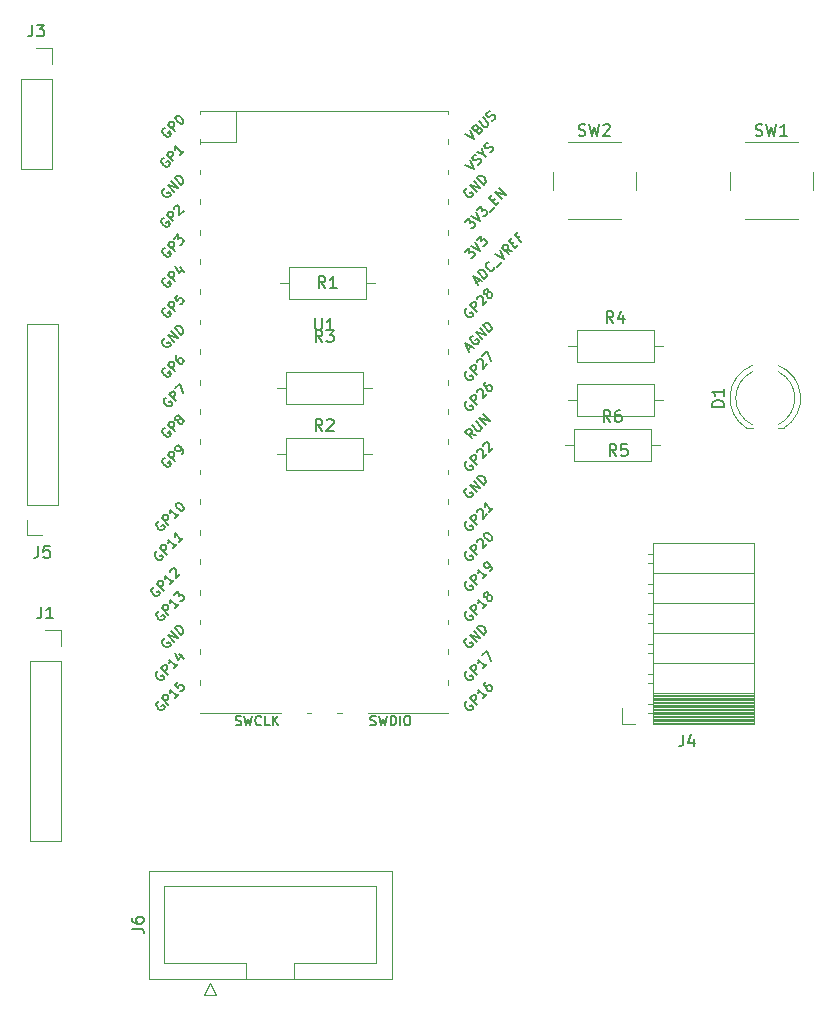
<source format=gbr>
%TF.GenerationSoftware,KiCad,Pcbnew,(6.0.1)*%
%TF.CreationDate,2022-11-25T13:10:30-03:00*%
%TF.ProjectId,Circuito esquem_tico,43697263-7569-4746-9f20-65737175656d,rev?*%
%TF.SameCoordinates,Original*%
%TF.FileFunction,Legend,Top*%
%TF.FilePolarity,Positive*%
%FSLAX46Y46*%
G04 Gerber Fmt 4.6, Leading zero omitted, Abs format (unit mm)*
G04 Created by KiCad (PCBNEW (6.0.1)) date 2022-11-25 13:10:30*
%MOMM*%
%LPD*%
G01*
G04 APERTURE LIST*
%ADD10C,0.150000*%
%ADD11C,0.120000*%
G04 APERTURE END LIST*
D10*
%TO.C,R6*%
X163409333Y-71488380D02*
X163076000Y-71012190D01*
X162837904Y-71488380D02*
X162837904Y-70488380D01*
X163218857Y-70488380D01*
X163314095Y-70536000D01*
X163361714Y-70583619D01*
X163409333Y-70678857D01*
X163409333Y-70821714D01*
X163361714Y-70916952D01*
X163314095Y-70964571D01*
X163218857Y-71012190D01*
X162837904Y-71012190D01*
X164266476Y-70488380D02*
X164076000Y-70488380D01*
X163980761Y-70536000D01*
X163933142Y-70583619D01*
X163837904Y-70726476D01*
X163790285Y-70916952D01*
X163790285Y-71297904D01*
X163837904Y-71393142D01*
X163885523Y-71440761D01*
X163980761Y-71488380D01*
X164171238Y-71488380D01*
X164266476Y-71440761D01*
X164314095Y-71393142D01*
X164361714Y-71297904D01*
X164361714Y-71059809D01*
X164314095Y-70964571D01*
X164266476Y-70916952D01*
X164171238Y-70869333D01*
X163980761Y-70869333D01*
X163885523Y-70916952D01*
X163837904Y-70964571D01*
X163790285Y-71059809D01*
%TO.C,J3*%
X114474666Y-37830380D02*
X114474666Y-38544666D01*
X114427047Y-38687523D01*
X114331809Y-38782761D01*
X114188952Y-38830380D01*
X114093714Y-38830380D01*
X114855619Y-37830380D02*
X115474666Y-37830380D01*
X115141333Y-38211333D01*
X115284190Y-38211333D01*
X115379428Y-38258952D01*
X115427047Y-38306571D01*
X115474666Y-38401809D01*
X115474666Y-38639904D01*
X115427047Y-38735142D01*
X115379428Y-38782761D01*
X115284190Y-38830380D01*
X114998476Y-38830380D01*
X114903238Y-38782761D01*
X114855619Y-38735142D01*
%TO.C,R5*%
X163917333Y-74366380D02*
X163584000Y-73890190D01*
X163345904Y-74366380D02*
X163345904Y-73366380D01*
X163726857Y-73366380D01*
X163822095Y-73414000D01*
X163869714Y-73461619D01*
X163917333Y-73556857D01*
X163917333Y-73699714D01*
X163869714Y-73794952D01*
X163822095Y-73842571D01*
X163726857Y-73890190D01*
X163345904Y-73890190D01*
X164822095Y-73366380D02*
X164345904Y-73366380D01*
X164298285Y-73842571D01*
X164345904Y-73794952D01*
X164441142Y-73747333D01*
X164679238Y-73747333D01*
X164774476Y-73794952D01*
X164822095Y-73842571D01*
X164869714Y-73937809D01*
X164869714Y-74175904D01*
X164822095Y-74271142D01*
X164774476Y-74318761D01*
X164679238Y-74366380D01*
X164441142Y-74366380D01*
X164345904Y-74318761D01*
X164298285Y-74271142D01*
%TO.C,J4*%
X169572666Y-97955380D02*
X169572666Y-98669666D01*
X169525047Y-98812523D01*
X169429809Y-98907761D01*
X169286952Y-98955380D01*
X169191714Y-98955380D01*
X170477428Y-98288714D02*
X170477428Y-98955380D01*
X170239333Y-97907761D02*
X170001238Y-98622047D01*
X170620285Y-98622047D01*
%TO.C,J6*%
X122892380Y-114379333D02*
X123606666Y-114379333D01*
X123749523Y-114426952D01*
X123844761Y-114522190D01*
X123892380Y-114665047D01*
X123892380Y-114760285D01*
X122892380Y-113474571D02*
X122892380Y-113665047D01*
X122940000Y-113760285D01*
X122987619Y-113807904D01*
X123130476Y-113903142D01*
X123320952Y-113950761D01*
X123701904Y-113950761D01*
X123797142Y-113903142D01*
X123844761Y-113855523D01*
X123892380Y-113760285D01*
X123892380Y-113569809D01*
X123844761Y-113474571D01*
X123797142Y-113426952D01*
X123701904Y-113379333D01*
X123463809Y-113379333D01*
X123368571Y-113426952D01*
X123320952Y-113474571D01*
X123273333Y-113569809D01*
X123273333Y-113760285D01*
X123320952Y-113855523D01*
X123368571Y-113903142D01*
X123463809Y-113950761D01*
%TO.C,R4*%
X163663333Y-63106380D02*
X163330000Y-62630190D01*
X163091904Y-63106380D02*
X163091904Y-62106380D01*
X163472857Y-62106380D01*
X163568095Y-62154000D01*
X163615714Y-62201619D01*
X163663333Y-62296857D01*
X163663333Y-62439714D01*
X163615714Y-62534952D01*
X163568095Y-62582571D01*
X163472857Y-62630190D01*
X163091904Y-62630190D01*
X164520476Y-62439714D02*
X164520476Y-63106380D01*
X164282380Y-62058761D02*
X164044285Y-62773047D01*
X164663333Y-62773047D01*
%TO.C,J1*%
X115236666Y-87106380D02*
X115236666Y-87820666D01*
X115189047Y-87963523D01*
X115093809Y-88058761D01*
X114950952Y-88106380D01*
X114855714Y-88106380D01*
X116236666Y-88106380D02*
X115665238Y-88106380D01*
X115950952Y-88106380D02*
X115950952Y-87106380D01*
X115855714Y-87249238D01*
X115760476Y-87344476D01*
X115665238Y-87392095D01*
%TO.C,SW2*%
X160718666Y-47208761D02*
X160861523Y-47256380D01*
X161099619Y-47256380D01*
X161194857Y-47208761D01*
X161242476Y-47161142D01*
X161290095Y-47065904D01*
X161290095Y-46970666D01*
X161242476Y-46875428D01*
X161194857Y-46827809D01*
X161099619Y-46780190D01*
X160909142Y-46732571D01*
X160813904Y-46684952D01*
X160766285Y-46637333D01*
X160718666Y-46542095D01*
X160718666Y-46446857D01*
X160766285Y-46351619D01*
X160813904Y-46304000D01*
X160909142Y-46256380D01*
X161147238Y-46256380D01*
X161290095Y-46304000D01*
X161623428Y-46256380D02*
X161861523Y-47256380D01*
X162052000Y-46542095D01*
X162242476Y-47256380D01*
X162480571Y-46256380D01*
X162813904Y-46351619D02*
X162861523Y-46304000D01*
X162956761Y-46256380D01*
X163194857Y-46256380D01*
X163290095Y-46304000D01*
X163337714Y-46351619D01*
X163385333Y-46446857D01*
X163385333Y-46542095D01*
X163337714Y-46684952D01*
X162766285Y-47256380D01*
X163385333Y-47256380D01*
%TO.C,D1*%
X173022380Y-70207095D02*
X172022380Y-70207095D01*
X172022380Y-69969000D01*
X172070000Y-69826142D01*
X172165238Y-69730904D01*
X172260476Y-69683285D01*
X172450952Y-69635666D01*
X172593809Y-69635666D01*
X172784285Y-69683285D01*
X172879523Y-69730904D01*
X172974761Y-69826142D01*
X173022380Y-69969000D01*
X173022380Y-70207095D01*
X173022380Y-68683285D02*
X173022380Y-69254714D01*
X173022380Y-68969000D02*
X172022380Y-68969000D01*
X172165238Y-69064238D01*
X172260476Y-69159476D01*
X172308095Y-69254714D01*
%TO.C,R1*%
X139279333Y-60142380D02*
X138946000Y-59666190D01*
X138707904Y-60142380D02*
X138707904Y-59142380D01*
X139088857Y-59142380D01*
X139184095Y-59190000D01*
X139231714Y-59237619D01*
X139279333Y-59332857D01*
X139279333Y-59475714D01*
X139231714Y-59570952D01*
X139184095Y-59618571D01*
X139088857Y-59666190D01*
X138707904Y-59666190D01*
X140231714Y-60142380D02*
X139660285Y-60142380D01*
X139946000Y-60142380D02*
X139946000Y-59142380D01*
X139850761Y-59285238D01*
X139755523Y-59380476D01*
X139660285Y-59428095D01*
%TO.C,R2*%
X139025333Y-72250380D02*
X138692000Y-71774190D01*
X138453904Y-72250380D02*
X138453904Y-71250380D01*
X138834857Y-71250380D01*
X138930095Y-71298000D01*
X138977714Y-71345619D01*
X139025333Y-71440857D01*
X139025333Y-71583714D01*
X138977714Y-71678952D01*
X138930095Y-71726571D01*
X138834857Y-71774190D01*
X138453904Y-71774190D01*
X139406285Y-71345619D02*
X139453904Y-71298000D01*
X139549142Y-71250380D01*
X139787238Y-71250380D01*
X139882476Y-71298000D01*
X139930095Y-71345619D01*
X139977714Y-71440857D01*
X139977714Y-71536095D01*
X139930095Y-71678952D01*
X139358666Y-72250380D01*
X139977714Y-72250380D01*
%TO.C,U1*%
X138430095Y-62698380D02*
X138430095Y-63507904D01*
X138477714Y-63603142D01*
X138525333Y-63650761D01*
X138620571Y-63698380D01*
X138811047Y-63698380D01*
X138906285Y-63650761D01*
X138953904Y-63603142D01*
X139001523Y-63507904D01*
X139001523Y-62698380D01*
X140001523Y-63698380D02*
X139430095Y-63698380D01*
X139715809Y-63698380D02*
X139715809Y-62698380D01*
X139620571Y-62841238D01*
X139525333Y-62936476D01*
X139430095Y-62984095D01*
X125678158Y-89810155D02*
X125597346Y-89837093D01*
X125516534Y-89917905D01*
X125462659Y-90025654D01*
X125462659Y-90133404D01*
X125489597Y-90214216D01*
X125570409Y-90348903D01*
X125651221Y-90429715D01*
X125785908Y-90510528D01*
X125866720Y-90537465D01*
X125974470Y-90537465D01*
X126082219Y-90483590D01*
X126136094Y-90429715D01*
X126189969Y-90321966D01*
X126189969Y-90268091D01*
X126001407Y-90079529D01*
X125893658Y-90187279D01*
X126486280Y-90079529D02*
X125920595Y-89513844D01*
X126809529Y-89756280D01*
X126243844Y-89190595D01*
X127078903Y-89486906D02*
X126513218Y-88921221D01*
X126647905Y-88786534D01*
X126755654Y-88732659D01*
X126863404Y-88732659D01*
X126944216Y-88759597D01*
X127078903Y-88840409D01*
X127159715Y-88921221D01*
X127240528Y-89055908D01*
X127267465Y-89136720D01*
X127267465Y-89244470D01*
X127213590Y-89352219D01*
X127078903Y-89486906D01*
X125181722Y-87512592D02*
X125100910Y-87539529D01*
X125020097Y-87620341D01*
X124966223Y-87728091D01*
X124966223Y-87835841D01*
X124993160Y-87916653D01*
X125073972Y-88051340D01*
X125154784Y-88132152D01*
X125289471Y-88212964D01*
X125370284Y-88239902D01*
X125478033Y-88239902D01*
X125585783Y-88186027D01*
X125639658Y-88132152D01*
X125693532Y-88024402D01*
X125693532Y-87970528D01*
X125504971Y-87781966D01*
X125397221Y-87889715D01*
X125989844Y-87781966D02*
X125424158Y-87216280D01*
X125639658Y-87000781D01*
X125720470Y-86973844D01*
X125774345Y-86973844D01*
X125855157Y-87000781D01*
X125935969Y-87081593D01*
X125962906Y-87162406D01*
X125962906Y-87216280D01*
X125935969Y-87297093D01*
X125720470Y-87512592D01*
X126851841Y-86919969D02*
X126528592Y-87243218D01*
X126690216Y-87081593D02*
X126124531Y-86515908D01*
X126151468Y-86650595D01*
X126151468Y-86758345D01*
X126124531Y-86839157D01*
X126474717Y-86165722D02*
X126824903Y-85815536D01*
X126851841Y-86219597D01*
X126932653Y-86138784D01*
X127013465Y-86111847D01*
X127067340Y-86111847D01*
X127148152Y-86138784D01*
X127282839Y-86273471D01*
X127309776Y-86354284D01*
X127309776Y-86408158D01*
X127282839Y-86488971D01*
X127121215Y-86650595D01*
X127040402Y-86677532D01*
X126986528Y-86677532D01*
X125705096Y-59303218D02*
X125624284Y-59330155D01*
X125543471Y-59410967D01*
X125489597Y-59518717D01*
X125489597Y-59626467D01*
X125516534Y-59707279D01*
X125597346Y-59841966D01*
X125678158Y-59922778D01*
X125812845Y-60003590D01*
X125893658Y-60030528D01*
X126001407Y-60030528D01*
X126109157Y-59976653D01*
X126163032Y-59922778D01*
X126216906Y-59815028D01*
X126216906Y-59761154D01*
X126028345Y-59572592D01*
X125920595Y-59680341D01*
X126513218Y-59572592D02*
X125947532Y-59006906D01*
X126163032Y-58791407D01*
X126243844Y-58764470D01*
X126297719Y-58764470D01*
X126378531Y-58791407D01*
X126459343Y-58872219D01*
X126486280Y-58953032D01*
X126486280Y-59006906D01*
X126459343Y-59087719D01*
X126243844Y-59303218D01*
X126944216Y-58387346D02*
X127321340Y-58764470D01*
X126594030Y-58306534D02*
X126863404Y-58845282D01*
X127213590Y-58495096D01*
X151278158Y-89810155D02*
X151197346Y-89837093D01*
X151116534Y-89917905D01*
X151062659Y-90025654D01*
X151062659Y-90133404D01*
X151089597Y-90214216D01*
X151170409Y-90348903D01*
X151251221Y-90429715D01*
X151385908Y-90510528D01*
X151466720Y-90537465D01*
X151574470Y-90537465D01*
X151682219Y-90483590D01*
X151736094Y-90429715D01*
X151789969Y-90321966D01*
X151789969Y-90268091D01*
X151601407Y-90079529D01*
X151493658Y-90187279D01*
X152086280Y-90079529D02*
X151520595Y-89513844D01*
X152409529Y-89756280D01*
X151843844Y-89190595D01*
X152678903Y-89486906D02*
X152113218Y-88921221D01*
X152247905Y-88786534D01*
X152355654Y-88732659D01*
X152463404Y-88732659D01*
X152544216Y-88759597D01*
X152678903Y-88840409D01*
X152759715Y-88921221D01*
X152840528Y-89055908D01*
X152867465Y-89136720D01*
X152867465Y-89244470D01*
X152813590Y-89352219D01*
X152678903Y-89486906D01*
X125678158Y-64410155D02*
X125597346Y-64437093D01*
X125516534Y-64517905D01*
X125462659Y-64625654D01*
X125462659Y-64733404D01*
X125489597Y-64814216D01*
X125570409Y-64948903D01*
X125651221Y-65029715D01*
X125785908Y-65110528D01*
X125866720Y-65137465D01*
X125974470Y-65137465D01*
X126082219Y-65083590D01*
X126136094Y-65029715D01*
X126189969Y-64921966D01*
X126189969Y-64868091D01*
X126001407Y-64679529D01*
X125893658Y-64787279D01*
X126486280Y-64679529D02*
X125920595Y-64113844D01*
X126809529Y-64356280D01*
X126243844Y-63790595D01*
X127078903Y-64086906D02*
X126513218Y-63521221D01*
X126647905Y-63386534D01*
X126755654Y-63332659D01*
X126863404Y-63332659D01*
X126944216Y-63359597D01*
X127078903Y-63440409D01*
X127159715Y-63521221D01*
X127240528Y-63655908D01*
X127267465Y-63736720D01*
X127267465Y-63844470D01*
X127213590Y-63952219D01*
X127078903Y-64086906D01*
X151289722Y-74812592D02*
X151208910Y-74839529D01*
X151128097Y-74920341D01*
X151074223Y-75028091D01*
X151074223Y-75135841D01*
X151101160Y-75216653D01*
X151181972Y-75351340D01*
X151262784Y-75432152D01*
X151397471Y-75512964D01*
X151478284Y-75539902D01*
X151586033Y-75539902D01*
X151693783Y-75486027D01*
X151747658Y-75432152D01*
X151801532Y-75324402D01*
X151801532Y-75270528D01*
X151612971Y-75081966D01*
X151505221Y-75189715D01*
X152097844Y-75081966D02*
X151532158Y-74516280D01*
X151747658Y-74300781D01*
X151828470Y-74273844D01*
X151882345Y-74273844D01*
X151963157Y-74300781D01*
X152043969Y-74381593D01*
X152070906Y-74462406D01*
X152070906Y-74516280D01*
X152043969Y-74597093D01*
X151828470Y-74812592D01*
X152124781Y-74031407D02*
X152124781Y-73977532D01*
X152151719Y-73896720D01*
X152286406Y-73762033D01*
X152367218Y-73735096D01*
X152421093Y-73735096D01*
X152501905Y-73762033D01*
X152555780Y-73815908D01*
X152609654Y-73923658D01*
X152609654Y-74570155D01*
X152959841Y-74219969D01*
X152663529Y-73492659D02*
X152663529Y-73438784D01*
X152690467Y-73357972D01*
X152825154Y-73223285D01*
X152905966Y-73196348D01*
X152959841Y-73196348D01*
X153040653Y-73223285D01*
X153094528Y-73277160D01*
X153148402Y-73384910D01*
X153148402Y-74031407D01*
X153498589Y-73681221D01*
X152078788Y-59691773D02*
X152348162Y-59422399D01*
X152186537Y-59907272D02*
X151809414Y-59153025D01*
X152563661Y-59530149D01*
X152752223Y-59341587D02*
X152186537Y-58775902D01*
X152321224Y-58641215D01*
X152428974Y-58587340D01*
X152536723Y-58587340D01*
X152617536Y-58614277D01*
X152752223Y-58695089D01*
X152833035Y-58775902D01*
X152913847Y-58910589D01*
X152940784Y-58991401D01*
X152940784Y-59099150D01*
X152886910Y-59206900D01*
X152752223Y-59341587D01*
X153587282Y-58398778D02*
X153587282Y-58452653D01*
X153533407Y-58560402D01*
X153479532Y-58614277D01*
X153371783Y-58668152D01*
X153264033Y-58668152D01*
X153183221Y-58641215D01*
X153048534Y-58560402D01*
X152967722Y-58479590D01*
X152886910Y-58344903D01*
X152859972Y-58264091D01*
X152859972Y-58156341D01*
X152913847Y-58048592D01*
X152967722Y-57994717D01*
X153075471Y-57940842D01*
X153129346Y-57940842D01*
X153802781Y-58398778D02*
X154233780Y-57967780D01*
X153668094Y-57294345D02*
X154422341Y-57671468D01*
X154045218Y-56917221D01*
X155122714Y-56971096D02*
X154664778Y-56890284D01*
X154799465Y-57294345D02*
X154233780Y-56728659D01*
X154449279Y-56513160D01*
X154530091Y-56486223D01*
X154583966Y-56486223D01*
X154664778Y-56513160D01*
X154745590Y-56593972D01*
X154772528Y-56674784D01*
X154772528Y-56728659D01*
X154745590Y-56809471D01*
X154530091Y-57024971D01*
X155068839Y-56432348D02*
X155257401Y-56243786D01*
X155634524Y-56459285D02*
X155365150Y-56728659D01*
X154799465Y-56162974D01*
X155068839Y-55893600D01*
X155769211Y-55731975D02*
X155580650Y-55920537D01*
X155876961Y-56216849D02*
X155311276Y-55651163D01*
X155580650Y-55381789D01*
X151289722Y-84972592D02*
X151208910Y-84999529D01*
X151128097Y-85080341D01*
X151074223Y-85188091D01*
X151074223Y-85295841D01*
X151101160Y-85376653D01*
X151181972Y-85511340D01*
X151262784Y-85592152D01*
X151397471Y-85672964D01*
X151478284Y-85699902D01*
X151586033Y-85699902D01*
X151693783Y-85646027D01*
X151747658Y-85592152D01*
X151801532Y-85484402D01*
X151801532Y-85430528D01*
X151612971Y-85241966D01*
X151505221Y-85349715D01*
X152097844Y-85241966D02*
X151532158Y-84676280D01*
X151747658Y-84460781D01*
X151828470Y-84433844D01*
X151882345Y-84433844D01*
X151963157Y-84460781D01*
X152043969Y-84541593D01*
X152070906Y-84622406D01*
X152070906Y-84676280D01*
X152043969Y-84757093D01*
X151828470Y-84972592D01*
X152959841Y-84379969D02*
X152636592Y-84703218D01*
X152798216Y-84541593D02*
X152232531Y-83975908D01*
X152259468Y-84110595D01*
X152259468Y-84218345D01*
X152232531Y-84299157D01*
X153229215Y-84110595D02*
X153336964Y-84002845D01*
X153363902Y-83922033D01*
X153363902Y-83868158D01*
X153336964Y-83733471D01*
X153256152Y-83598784D01*
X153040653Y-83383285D01*
X152959841Y-83356348D01*
X152905966Y-83356348D01*
X152825154Y-83383285D01*
X152717404Y-83491035D01*
X152690467Y-83571847D01*
X152690467Y-83625722D01*
X152717404Y-83706534D01*
X152852091Y-83841221D01*
X152932903Y-83868158D01*
X152986778Y-83868158D01*
X153067590Y-83841221D01*
X153175340Y-83733471D01*
X153202277Y-83652659D01*
X153202277Y-83598784D01*
X153175340Y-83517972D01*
X151278158Y-51710155D02*
X151197346Y-51737093D01*
X151116534Y-51817905D01*
X151062659Y-51925654D01*
X151062659Y-52033404D01*
X151089597Y-52114216D01*
X151170409Y-52248903D01*
X151251221Y-52329715D01*
X151385908Y-52410528D01*
X151466720Y-52437465D01*
X151574470Y-52437465D01*
X151682219Y-52383590D01*
X151736094Y-52329715D01*
X151789969Y-52221966D01*
X151789969Y-52168091D01*
X151601407Y-51979529D01*
X151493658Y-52087279D01*
X152086280Y-51979529D02*
X151520595Y-51413844D01*
X152409529Y-51656280D01*
X151843844Y-51090595D01*
X152678903Y-51386906D02*
X152113218Y-50821221D01*
X152247905Y-50686534D01*
X152355654Y-50632659D01*
X152463404Y-50632659D01*
X152544216Y-50659597D01*
X152678903Y-50740409D01*
X152759715Y-50821221D01*
X152840528Y-50955908D01*
X152867465Y-51036720D01*
X152867465Y-51144470D01*
X152813590Y-51252219D01*
X152678903Y-51386906D01*
X151289722Y-69732592D02*
X151208910Y-69759529D01*
X151128097Y-69840341D01*
X151074223Y-69948091D01*
X151074223Y-70055841D01*
X151101160Y-70136653D01*
X151181972Y-70271340D01*
X151262784Y-70352152D01*
X151397471Y-70432964D01*
X151478284Y-70459902D01*
X151586033Y-70459902D01*
X151693783Y-70406027D01*
X151747658Y-70352152D01*
X151801532Y-70244402D01*
X151801532Y-70190528D01*
X151612971Y-70001966D01*
X151505221Y-70109715D01*
X152097844Y-70001966D02*
X151532158Y-69436280D01*
X151747658Y-69220781D01*
X151828470Y-69193844D01*
X151882345Y-69193844D01*
X151963157Y-69220781D01*
X152043969Y-69301593D01*
X152070906Y-69382406D01*
X152070906Y-69436280D01*
X152043969Y-69517093D01*
X151828470Y-69732592D01*
X152124781Y-68951407D02*
X152124781Y-68897532D01*
X152151719Y-68816720D01*
X152286406Y-68682033D01*
X152367218Y-68655096D01*
X152421093Y-68655096D01*
X152501905Y-68682033D01*
X152555780Y-68735908D01*
X152609654Y-68843658D01*
X152609654Y-69490155D01*
X152959841Y-69139969D01*
X152879028Y-68089410D02*
X152771279Y-68197160D01*
X152744341Y-68277972D01*
X152744341Y-68331847D01*
X152771279Y-68466534D01*
X152852091Y-68601221D01*
X153067590Y-68816720D01*
X153148402Y-68843658D01*
X153202277Y-68843658D01*
X153283089Y-68816720D01*
X153390839Y-68708971D01*
X153417776Y-68628158D01*
X153417776Y-68574284D01*
X153390839Y-68493471D01*
X153256152Y-68358784D01*
X153175340Y-68331847D01*
X153121465Y-68331847D01*
X153040653Y-68358784D01*
X152932903Y-68466534D01*
X152905966Y-68547346D01*
X152905966Y-68601221D01*
X152932903Y-68682033D01*
X125135722Y-92592592D02*
X125054910Y-92619529D01*
X124974097Y-92700341D01*
X124920223Y-92808091D01*
X124920223Y-92915841D01*
X124947160Y-92996653D01*
X125027972Y-93131340D01*
X125108784Y-93212152D01*
X125243471Y-93292964D01*
X125324284Y-93319902D01*
X125432033Y-93319902D01*
X125539783Y-93266027D01*
X125593658Y-93212152D01*
X125647532Y-93104402D01*
X125647532Y-93050528D01*
X125458971Y-92861966D01*
X125351221Y-92969715D01*
X125943844Y-92861966D02*
X125378158Y-92296280D01*
X125593658Y-92080781D01*
X125674470Y-92053844D01*
X125728345Y-92053844D01*
X125809157Y-92080781D01*
X125889969Y-92161593D01*
X125916906Y-92242406D01*
X125916906Y-92296280D01*
X125889969Y-92377093D01*
X125674470Y-92592592D01*
X126805841Y-91999969D02*
X126482592Y-92323218D01*
X126644216Y-92161593D02*
X126078531Y-91595908D01*
X126105468Y-91730595D01*
X126105468Y-91838345D01*
X126078531Y-91919157D01*
X126913590Y-91137972D02*
X127290714Y-91515096D01*
X126563404Y-91057160D02*
X126832778Y-91595908D01*
X127182964Y-91245722D01*
X152030375Y-72555435D02*
X151572439Y-72474622D01*
X151707126Y-72878683D02*
X151141441Y-72312998D01*
X151356940Y-72097499D01*
X151437752Y-72070561D01*
X151491627Y-72070561D01*
X151572439Y-72097499D01*
X151653251Y-72178311D01*
X151680189Y-72259123D01*
X151680189Y-72312998D01*
X151653251Y-72393810D01*
X151437752Y-72609309D01*
X151707126Y-71747312D02*
X152165062Y-72205248D01*
X152245874Y-72232186D01*
X152299749Y-72232186D01*
X152380561Y-72205248D01*
X152488311Y-72097499D01*
X152515248Y-72016687D01*
X152515248Y-71962812D01*
X152488311Y-71881999D01*
X152030375Y-71424064D01*
X152865435Y-71720375D02*
X152299749Y-71154690D01*
X153188683Y-71397126D01*
X152622998Y-70831441D01*
X151289722Y-61858592D02*
X151208910Y-61885529D01*
X151128097Y-61966341D01*
X151074223Y-62074091D01*
X151074223Y-62181841D01*
X151101160Y-62262653D01*
X151181972Y-62397340D01*
X151262784Y-62478152D01*
X151397471Y-62558964D01*
X151478284Y-62585902D01*
X151586033Y-62585902D01*
X151693783Y-62532027D01*
X151747658Y-62478152D01*
X151801532Y-62370402D01*
X151801532Y-62316528D01*
X151612971Y-62127966D01*
X151505221Y-62235715D01*
X152097844Y-62127966D02*
X151532158Y-61562280D01*
X151747658Y-61346781D01*
X151828470Y-61319844D01*
X151882345Y-61319844D01*
X151963157Y-61346781D01*
X152043969Y-61427593D01*
X152070906Y-61508406D01*
X152070906Y-61562280D01*
X152043969Y-61643093D01*
X151828470Y-61858592D01*
X152124781Y-61077407D02*
X152124781Y-61023532D01*
X152151719Y-60942720D01*
X152286406Y-60808033D01*
X152367218Y-60781096D01*
X152421093Y-60781096D01*
X152501905Y-60808033D01*
X152555780Y-60861908D01*
X152609654Y-60969658D01*
X152609654Y-61616155D01*
X152959841Y-61265969D01*
X152959841Y-60619471D02*
X152879028Y-60646409D01*
X152825154Y-60646409D01*
X152744341Y-60619471D01*
X152717404Y-60592534D01*
X152690467Y-60511722D01*
X152690467Y-60457847D01*
X152717404Y-60377035D01*
X152825154Y-60269285D01*
X152905966Y-60242348D01*
X152959841Y-60242348D01*
X153040653Y-60269285D01*
X153067590Y-60296223D01*
X153094528Y-60377035D01*
X153094528Y-60430910D01*
X153067590Y-60511722D01*
X152959841Y-60619471D01*
X152932903Y-60700284D01*
X152932903Y-60754158D01*
X152959841Y-60834971D01*
X153067590Y-60942720D01*
X153148402Y-60969658D01*
X153202277Y-60969658D01*
X153283089Y-60942720D01*
X153390839Y-60834971D01*
X153417776Y-60754158D01*
X153417776Y-60700284D01*
X153390839Y-60619471D01*
X153283089Y-60511722D01*
X153202277Y-60484784D01*
X153148402Y-60484784D01*
X153067590Y-60511722D01*
X151278158Y-77110155D02*
X151197346Y-77137093D01*
X151116534Y-77217905D01*
X151062659Y-77325654D01*
X151062659Y-77433404D01*
X151089597Y-77514216D01*
X151170409Y-77648903D01*
X151251221Y-77729715D01*
X151385908Y-77810528D01*
X151466720Y-77837465D01*
X151574470Y-77837465D01*
X151682219Y-77783590D01*
X151736094Y-77729715D01*
X151789969Y-77621966D01*
X151789969Y-77568091D01*
X151601407Y-77379529D01*
X151493658Y-77487279D01*
X152086280Y-77379529D02*
X151520595Y-76813844D01*
X152409529Y-77056280D01*
X151843844Y-76490595D01*
X152678903Y-76786906D02*
X152113218Y-76221221D01*
X152247905Y-76086534D01*
X152355654Y-76032659D01*
X152463404Y-76032659D01*
X152544216Y-76059597D01*
X152678903Y-76140409D01*
X152759715Y-76221221D01*
X152840528Y-76355908D01*
X152867465Y-76436720D01*
X152867465Y-76544470D01*
X152813590Y-76652219D01*
X152678903Y-76786906D01*
X151289722Y-95132592D02*
X151208910Y-95159529D01*
X151128097Y-95240341D01*
X151074223Y-95348091D01*
X151074223Y-95455841D01*
X151101160Y-95536653D01*
X151181972Y-95671340D01*
X151262784Y-95752152D01*
X151397471Y-95832964D01*
X151478284Y-95859902D01*
X151586033Y-95859902D01*
X151693783Y-95806027D01*
X151747658Y-95752152D01*
X151801532Y-95644402D01*
X151801532Y-95590528D01*
X151612971Y-95401966D01*
X151505221Y-95509715D01*
X152097844Y-95401966D02*
X151532158Y-94836280D01*
X151747658Y-94620781D01*
X151828470Y-94593844D01*
X151882345Y-94593844D01*
X151963157Y-94620781D01*
X152043969Y-94701593D01*
X152070906Y-94782406D01*
X152070906Y-94836280D01*
X152043969Y-94917093D01*
X151828470Y-95132592D01*
X152959841Y-94539969D02*
X152636592Y-94863218D01*
X152798216Y-94701593D02*
X152232531Y-94135908D01*
X152259468Y-94270595D01*
X152259468Y-94378345D01*
X152232531Y-94459157D01*
X152879028Y-93489410D02*
X152771279Y-93597160D01*
X152744341Y-93677972D01*
X152744341Y-93731847D01*
X152771279Y-93866534D01*
X152852091Y-94001221D01*
X153067590Y-94216720D01*
X153148402Y-94243658D01*
X153202277Y-94243658D01*
X153283089Y-94216720D01*
X153390839Y-94108971D01*
X153417776Y-94028158D01*
X153417776Y-93974284D01*
X153390839Y-93893471D01*
X153256152Y-93758784D01*
X153175340Y-93731847D01*
X153121465Y-93731847D01*
X153040653Y-93758784D01*
X152932903Y-93866534D01*
X152905966Y-93947346D01*
X152905966Y-94001221D01*
X152932903Y-94082033D01*
X151289722Y-67202592D02*
X151208910Y-67229529D01*
X151128097Y-67310341D01*
X151074223Y-67418091D01*
X151074223Y-67525841D01*
X151101160Y-67606653D01*
X151181972Y-67741340D01*
X151262784Y-67822152D01*
X151397471Y-67902964D01*
X151478284Y-67929902D01*
X151586033Y-67929902D01*
X151693783Y-67876027D01*
X151747658Y-67822152D01*
X151801532Y-67714402D01*
X151801532Y-67660528D01*
X151612971Y-67471966D01*
X151505221Y-67579715D01*
X152097844Y-67471966D02*
X151532158Y-66906280D01*
X151747658Y-66690781D01*
X151828470Y-66663844D01*
X151882345Y-66663844D01*
X151963157Y-66690781D01*
X152043969Y-66771593D01*
X152070906Y-66852406D01*
X152070906Y-66906280D01*
X152043969Y-66987093D01*
X151828470Y-67202592D01*
X152124781Y-66421407D02*
X152124781Y-66367532D01*
X152151719Y-66286720D01*
X152286406Y-66152033D01*
X152367218Y-66125096D01*
X152421093Y-66125096D01*
X152501905Y-66152033D01*
X152555780Y-66205908D01*
X152609654Y-66313658D01*
X152609654Y-66960155D01*
X152959841Y-66609969D01*
X152582717Y-65855722D02*
X152959841Y-65478598D01*
X153283089Y-66286720D01*
X125705096Y-46603218D02*
X125624284Y-46630155D01*
X125543471Y-46710967D01*
X125489597Y-46818717D01*
X125489597Y-46926467D01*
X125516534Y-47007279D01*
X125597346Y-47141966D01*
X125678158Y-47222778D01*
X125812845Y-47303590D01*
X125893658Y-47330528D01*
X126001407Y-47330528D01*
X126109157Y-47276653D01*
X126163032Y-47222778D01*
X126216906Y-47115028D01*
X126216906Y-47061154D01*
X126028345Y-46872592D01*
X125920595Y-46980341D01*
X126513218Y-46872592D02*
X125947532Y-46306906D01*
X126163032Y-46091407D01*
X126243844Y-46064470D01*
X126297719Y-46064470D01*
X126378531Y-46091407D01*
X126459343Y-46172219D01*
X126486280Y-46253032D01*
X126486280Y-46306906D01*
X126459343Y-46387719D01*
X126243844Y-46603218D01*
X126620967Y-45633471D02*
X126674842Y-45579597D01*
X126755654Y-45552659D01*
X126809529Y-45552659D01*
X126890341Y-45579597D01*
X127025028Y-45660409D01*
X127159715Y-45795096D01*
X127240528Y-45929783D01*
X127267465Y-46010595D01*
X127267465Y-46064470D01*
X127240528Y-46145282D01*
X127186653Y-46199157D01*
X127105841Y-46226094D01*
X127051966Y-46226094D01*
X126971154Y-46199157D01*
X126836467Y-46118345D01*
X126701780Y-45983658D01*
X126620967Y-45848971D01*
X126594030Y-45768158D01*
X126594030Y-45714284D01*
X126620967Y-45633471D01*
X125678158Y-51710155D02*
X125597346Y-51737093D01*
X125516534Y-51817905D01*
X125462659Y-51925654D01*
X125462659Y-52033404D01*
X125489597Y-52114216D01*
X125570409Y-52248903D01*
X125651221Y-52329715D01*
X125785908Y-52410528D01*
X125866720Y-52437465D01*
X125974470Y-52437465D01*
X126082219Y-52383590D01*
X126136094Y-52329715D01*
X126189969Y-52221966D01*
X126189969Y-52168091D01*
X126001407Y-51979529D01*
X125893658Y-52087279D01*
X126486280Y-51979529D02*
X125920595Y-51413844D01*
X126809529Y-51656280D01*
X126243844Y-51090595D01*
X127078903Y-51386906D02*
X126513218Y-50821221D01*
X126647905Y-50686534D01*
X126755654Y-50632659D01*
X126863404Y-50632659D01*
X126944216Y-50659597D01*
X127078903Y-50740409D01*
X127159715Y-50821221D01*
X127240528Y-50955908D01*
X127267465Y-51036720D01*
X127267465Y-51144470D01*
X127213590Y-51252219D01*
X127078903Y-51386906D01*
X125181722Y-95132592D02*
X125100910Y-95159529D01*
X125020097Y-95240341D01*
X124966223Y-95348091D01*
X124966223Y-95455841D01*
X124993160Y-95536653D01*
X125073972Y-95671340D01*
X125154784Y-95752152D01*
X125289471Y-95832964D01*
X125370284Y-95859902D01*
X125478033Y-95859902D01*
X125585783Y-95806027D01*
X125639658Y-95752152D01*
X125693532Y-95644402D01*
X125693532Y-95590528D01*
X125504971Y-95401966D01*
X125397221Y-95509715D01*
X125989844Y-95401966D02*
X125424158Y-94836280D01*
X125639658Y-94620781D01*
X125720470Y-94593844D01*
X125774345Y-94593844D01*
X125855157Y-94620781D01*
X125935969Y-94701593D01*
X125962906Y-94782406D01*
X125962906Y-94836280D01*
X125935969Y-94917093D01*
X125720470Y-95132592D01*
X126851841Y-94539969D02*
X126528592Y-94863218D01*
X126690216Y-94701593D02*
X126124531Y-94135908D01*
X126151468Y-94270595D01*
X126151468Y-94378345D01*
X126124531Y-94459157D01*
X126797966Y-93462473D02*
X126528592Y-93731847D01*
X126771028Y-94028158D01*
X126771028Y-93974284D01*
X126797966Y-93893471D01*
X126932653Y-93758784D01*
X127013465Y-93731847D01*
X127067340Y-93731847D01*
X127148152Y-93758784D01*
X127282839Y-93893471D01*
X127309776Y-93974284D01*
X127309776Y-94028158D01*
X127282839Y-94108971D01*
X127148152Y-94243658D01*
X127067340Y-94270595D01*
X127013465Y-94270595D01*
X151289722Y-87512592D02*
X151208910Y-87539529D01*
X151128097Y-87620341D01*
X151074223Y-87728091D01*
X151074223Y-87835841D01*
X151101160Y-87916653D01*
X151181972Y-88051340D01*
X151262784Y-88132152D01*
X151397471Y-88212964D01*
X151478284Y-88239902D01*
X151586033Y-88239902D01*
X151693783Y-88186027D01*
X151747658Y-88132152D01*
X151801532Y-88024402D01*
X151801532Y-87970528D01*
X151612971Y-87781966D01*
X151505221Y-87889715D01*
X152097844Y-87781966D02*
X151532158Y-87216280D01*
X151747658Y-87000781D01*
X151828470Y-86973844D01*
X151882345Y-86973844D01*
X151963157Y-87000781D01*
X152043969Y-87081593D01*
X152070906Y-87162406D01*
X152070906Y-87216280D01*
X152043969Y-87297093D01*
X151828470Y-87512592D01*
X152959841Y-86919969D02*
X152636592Y-87243218D01*
X152798216Y-87081593D02*
X152232531Y-86515908D01*
X152259468Y-86650595D01*
X152259468Y-86758345D01*
X152232531Y-86839157D01*
X152959841Y-86273471D02*
X152879028Y-86300409D01*
X152825154Y-86300409D01*
X152744341Y-86273471D01*
X152717404Y-86246534D01*
X152690467Y-86165722D01*
X152690467Y-86111847D01*
X152717404Y-86031035D01*
X152825154Y-85923285D01*
X152905966Y-85896348D01*
X152959841Y-85896348D01*
X153040653Y-85923285D01*
X153067590Y-85950223D01*
X153094528Y-86031035D01*
X153094528Y-86084910D01*
X153067590Y-86165722D01*
X152959841Y-86273471D01*
X152932903Y-86354284D01*
X152932903Y-86408158D01*
X152959841Y-86488971D01*
X153067590Y-86596720D01*
X153148402Y-86623658D01*
X153202277Y-86623658D01*
X153283089Y-86596720D01*
X153390839Y-86488971D01*
X153417776Y-86408158D01*
X153417776Y-86354284D01*
X153390839Y-86273471D01*
X153283089Y-86165722D01*
X153202277Y-86138784D01*
X153148402Y-86138784D01*
X153067590Y-86165722D01*
X151289722Y-92592592D02*
X151208910Y-92619529D01*
X151128097Y-92700341D01*
X151074223Y-92808091D01*
X151074223Y-92915841D01*
X151101160Y-92996653D01*
X151181972Y-93131340D01*
X151262784Y-93212152D01*
X151397471Y-93292964D01*
X151478284Y-93319902D01*
X151586033Y-93319902D01*
X151693783Y-93266027D01*
X151747658Y-93212152D01*
X151801532Y-93104402D01*
X151801532Y-93050528D01*
X151612971Y-92861966D01*
X151505221Y-92969715D01*
X152097844Y-92861966D02*
X151532158Y-92296280D01*
X151747658Y-92080781D01*
X151828470Y-92053844D01*
X151882345Y-92053844D01*
X151963157Y-92080781D01*
X152043969Y-92161593D01*
X152070906Y-92242406D01*
X152070906Y-92296280D01*
X152043969Y-92377093D01*
X151828470Y-92592592D01*
X152959841Y-91999969D02*
X152636592Y-92323218D01*
X152798216Y-92161593D02*
X152232531Y-91595908D01*
X152259468Y-91730595D01*
X152259468Y-91838345D01*
X152232531Y-91919157D01*
X152582717Y-91245722D02*
X152959841Y-90868598D01*
X153283089Y-91676720D01*
X125605096Y-54223218D02*
X125524284Y-54250155D01*
X125443471Y-54330967D01*
X125389597Y-54438717D01*
X125389597Y-54546467D01*
X125416534Y-54627279D01*
X125497346Y-54761966D01*
X125578158Y-54842778D01*
X125712845Y-54923590D01*
X125793658Y-54950528D01*
X125901407Y-54950528D01*
X126009157Y-54896653D01*
X126063032Y-54842778D01*
X126116906Y-54735028D01*
X126116906Y-54681154D01*
X125928345Y-54492592D01*
X125820595Y-54600341D01*
X126413218Y-54492592D02*
X125847532Y-53926906D01*
X126063032Y-53711407D01*
X126143844Y-53684470D01*
X126197719Y-53684470D01*
X126278531Y-53711407D01*
X126359343Y-53792219D01*
X126386280Y-53873032D01*
X126386280Y-53926906D01*
X126359343Y-54007719D01*
X126143844Y-54223218D01*
X126440155Y-53442033D02*
X126440155Y-53388158D01*
X126467093Y-53307346D01*
X126601780Y-53172659D01*
X126682592Y-53145722D01*
X126736467Y-53145722D01*
X126817279Y-53172659D01*
X126871154Y-53226534D01*
X126925028Y-53334284D01*
X126925028Y-53980781D01*
X127275215Y-53630595D01*
X125805096Y-69433218D02*
X125724284Y-69460155D01*
X125643471Y-69540967D01*
X125589597Y-69648717D01*
X125589597Y-69756467D01*
X125616534Y-69837279D01*
X125697346Y-69971966D01*
X125778158Y-70052778D01*
X125912845Y-70133590D01*
X125993658Y-70160528D01*
X126101407Y-70160528D01*
X126209157Y-70106653D01*
X126263032Y-70052778D01*
X126316906Y-69945028D01*
X126316906Y-69891154D01*
X126128345Y-69702592D01*
X126020595Y-69810341D01*
X126613218Y-69702592D02*
X126047532Y-69136906D01*
X126263032Y-68921407D01*
X126343844Y-68894470D01*
X126397719Y-68894470D01*
X126478531Y-68921407D01*
X126559343Y-69002219D01*
X126586280Y-69083032D01*
X126586280Y-69136906D01*
X126559343Y-69217719D01*
X126343844Y-69433218D01*
X126559343Y-68625096D02*
X126936467Y-68247972D01*
X127259715Y-69056094D01*
X125705096Y-56763218D02*
X125624284Y-56790155D01*
X125543471Y-56870967D01*
X125489597Y-56978717D01*
X125489597Y-57086467D01*
X125516534Y-57167279D01*
X125597346Y-57301966D01*
X125678158Y-57382778D01*
X125812845Y-57463590D01*
X125893658Y-57490528D01*
X126001407Y-57490528D01*
X126109157Y-57436653D01*
X126163032Y-57382778D01*
X126216906Y-57275028D01*
X126216906Y-57221154D01*
X126028345Y-57032592D01*
X125920595Y-57140341D01*
X126513218Y-57032592D02*
X125947532Y-56466906D01*
X126163032Y-56251407D01*
X126243844Y-56224470D01*
X126297719Y-56224470D01*
X126378531Y-56251407D01*
X126459343Y-56332219D01*
X126486280Y-56413032D01*
X126486280Y-56466906D01*
X126459343Y-56547719D01*
X126243844Y-56763218D01*
X126459343Y-55955096D02*
X126809529Y-55604910D01*
X126836467Y-56008971D01*
X126917279Y-55928158D01*
X126998091Y-55901221D01*
X127051966Y-55901221D01*
X127132778Y-55928158D01*
X127267465Y-56062845D01*
X127294402Y-56143658D01*
X127294402Y-56197532D01*
X127267465Y-56278345D01*
X127105841Y-56439969D01*
X127025028Y-56466906D01*
X126971154Y-56466906D01*
X125705096Y-74543218D02*
X125624284Y-74570155D01*
X125543471Y-74650967D01*
X125489597Y-74758717D01*
X125489597Y-74866467D01*
X125516534Y-74947279D01*
X125597346Y-75081966D01*
X125678158Y-75162778D01*
X125812845Y-75243590D01*
X125893658Y-75270528D01*
X126001407Y-75270528D01*
X126109157Y-75216653D01*
X126163032Y-75162778D01*
X126216906Y-75055028D01*
X126216906Y-75001154D01*
X126028345Y-74812592D01*
X125920595Y-74920341D01*
X126513218Y-74812592D02*
X125947532Y-74246906D01*
X126163032Y-74031407D01*
X126243844Y-74004470D01*
X126297719Y-74004470D01*
X126378531Y-74031407D01*
X126459343Y-74112219D01*
X126486280Y-74193032D01*
X126486280Y-74246906D01*
X126459343Y-74327719D01*
X126243844Y-74543218D01*
X127105841Y-74219969D02*
X127213590Y-74112219D01*
X127240528Y-74031407D01*
X127240528Y-73977532D01*
X127213590Y-73842845D01*
X127132778Y-73708158D01*
X126917279Y-73492659D01*
X126836467Y-73465722D01*
X126782592Y-73465722D01*
X126701780Y-73492659D01*
X126594030Y-73600409D01*
X126567093Y-73681221D01*
X126567093Y-73735096D01*
X126594030Y-73815908D01*
X126728717Y-73950595D01*
X126809529Y-73977532D01*
X126863404Y-73977532D01*
X126944216Y-73950595D01*
X127051966Y-73842845D01*
X127078903Y-73762033D01*
X127078903Y-73708158D01*
X127051966Y-73627346D01*
X151112473Y-49681966D02*
X151866720Y-50059089D01*
X151489597Y-49304842D01*
X152189969Y-49681966D02*
X152297719Y-49628091D01*
X152432406Y-49493404D01*
X152459343Y-49412592D01*
X152459343Y-49358717D01*
X152432406Y-49277905D01*
X152378531Y-49224030D01*
X152297719Y-49197093D01*
X152243844Y-49197093D01*
X152163032Y-49224030D01*
X152028345Y-49304842D01*
X151947532Y-49331780D01*
X151893658Y-49331780D01*
X151812845Y-49304842D01*
X151758971Y-49250967D01*
X151732033Y-49170155D01*
X151732033Y-49116280D01*
X151758971Y-49035468D01*
X151893658Y-48900781D01*
X152001407Y-48846906D01*
X152620967Y-48766094D02*
X152890341Y-49035468D01*
X152136094Y-48658345D02*
X152620967Y-48766094D01*
X152513218Y-48281221D01*
X153213590Y-48658345D02*
X153321340Y-48604470D01*
X153456027Y-48469783D01*
X153482964Y-48388971D01*
X153482964Y-48335096D01*
X153456027Y-48254284D01*
X153402152Y-48200409D01*
X153321340Y-48173471D01*
X153267465Y-48173471D01*
X153186653Y-48200409D01*
X153051966Y-48281221D01*
X152971154Y-48308158D01*
X152917279Y-48308158D01*
X152836467Y-48281221D01*
X152782592Y-48227346D01*
X152755654Y-48146534D01*
X152755654Y-48092659D01*
X152782592Y-48011847D01*
X152917279Y-47877160D01*
X153025028Y-47823285D01*
X151081847Y-57102592D02*
X151432033Y-56752406D01*
X151458971Y-57156467D01*
X151539783Y-57075654D01*
X151620595Y-57048717D01*
X151674470Y-57048717D01*
X151755282Y-57075654D01*
X151889969Y-57210341D01*
X151916906Y-57291154D01*
X151916906Y-57345028D01*
X151889969Y-57425841D01*
X151728345Y-57587465D01*
X151647532Y-57614402D01*
X151593658Y-57614402D01*
X151593658Y-56590781D02*
X152347905Y-56967905D01*
X151970781Y-56213658D01*
X152105468Y-56078971D02*
X152455654Y-55728784D01*
X152482592Y-56132845D01*
X152563404Y-56052033D01*
X152644216Y-56025096D01*
X152698091Y-56025096D01*
X152778903Y-56052033D01*
X152913590Y-56186720D01*
X152940528Y-56267532D01*
X152940528Y-56321407D01*
X152913590Y-56402219D01*
X152751966Y-56563844D01*
X152671154Y-56590781D01*
X152617279Y-56590781D01*
X151145129Y-47139309D02*
X151899377Y-47516433D01*
X151522253Y-46762186D01*
X152168751Y-46654436D02*
X152276500Y-46600561D01*
X152330375Y-46600561D01*
X152411187Y-46627499D01*
X152492000Y-46708311D01*
X152518937Y-46789123D01*
X152518937Y-46842998D01*
X152492000Y-46923810D01*
X152276500Y-47139309D01*
X151710815Y-46573624D01*
X151899377Y-46385062D01*
X151980189Y-46358125D01*
X152034064Y-46358125D01*
X152114876Y-46385062D01*
X152168751Y-46438937D01*
X152195688Y-46519749D01*
X152195688Y-46573624D01*
X152168751Y-46654436D01*
X151980189Y-46842998D01*
X152276500Y-46007938D02*
X152734436Y-46465874D01*
X152815248Y-46492812D01*
X152869123Y-46492812D01*
X152949935Y-46465874D01*
X153057685Y-46358125D01*
X153084622Y-46277312D01*
X153084622Y-46223438D01*
X153057685Y-46142625D01*
X152599749Y-45684690D01*
X153380934Y-45981001D02*
X153488683Y-45927126D01*
X153623370Y-45792439D01*
X153650308Y-45711627D01*
X153650308Y-45657752D01*
X153623370Y-45576940D01*
X153569496Y-45523065D01*
X153488683Y-45496128D01*
X153434809Y-45496128D01*
X153353996Y-45523065D01*
X153219309Y-45603877D01*
X153138497Y-45630815D01*
X153084622Y-45630815D01*
X153003810Y-45603877D01*
X152949935Y-45550003D01*
X152922998Y-45469190D01*
X152922998Y-45415316D01*
X152949935Y-45334503D01*
X153084622Y-45199816D01*
X153192372Y-45145942D01*
X151289722Y-82432592D02*
X151208910Y-82459529D01*
X151128097Y-82540341D01*
X151074223Y-82648091D01*
X151074223Y-82755841D01*
X151101160Y-82836653D01*
X151181972Y-82971340D01*
X151262784Y-83052152D01*
X151397471Y-83132964D01*
X151478284Y-83159902D01*
X151586033Y-83159902D01*
X151693783Y-83106027D01*
X151747658Y-83052152D01*
X151801532Y-82944402D01*
X151801532Y-82890528D01*
X151612971Y-82701966D01*
X151505221Y-82809715D01*
X152097844Y-82701966D02*
X151532158Y-82136280D01*
X151747658Y-81920781D01*
X151828470Y-81893844D01*
X151882345Y-81893844D01*
X151963157Y-81920781D01*
X152043969Y-82001593D01*
X152070906Y-82082406D01*
X152070906Y-82136280D01*
X152043969Y-82217093D01*
X151828470Y-82432592D01*
X152124781Y-81651407D02*
X152124781Y-81597532D01*
X152151719Y-81516720D01*
X152286406Y-81382033D01*
X152367218Y-81355096D01*
X152421093Y-81355096D01*
X152501905Y-81382033D01*
X152555780Y-81435908D01*
X152609654Y-81543658D01*
X152609654Y-82190155D01*
X152959841Y-81839969D01*
X152744341Y-80924097D02*
X152798216Y-80870223D01*
X152879028Y-80843285D01*
X152932903Y-80843285D01*
X153013715Y-80870223D01*
X153148402Y-80951035D01*
X153283089Y-81085722D01*
X153363902Y-81220409D01*
X153390839Y-81301221D01*
X153390839Y-81355096D01*
X153363902Y-81435908D01*
X153310027Y-81489783D01*
X153229215Y-81516720D01*
X153175340Y-81516720D01*
X153094528Y-81489783D01*
X152959841Y-81408971D01*
X152825154Y-81274284D01*
X152744341Y-81139597D01*
X152717404Y-81058784D01*
X152717404Y-81004910D01*
X152744341Y-80924097D01*
X143096761Y-97135809D02*
X143211047Y-97173904D01*
X143401523Y-97173904D01*
X143477714Y-97135809D01*
X143515809Y-97097714D01*
X143553904Y-97021523D01*
X143553904Y-96945333D01*
X143515809Y-96869142D01*
X143477714Y-96831047D01*
X143401523Y-96792952D01*
X143249142Y-96754857D01*
X143172952Y-96716761D01*
X143134857Y-96678666D01*
X143096761Y-96602476D01*
X143096761Y-96526285D01*
X143134857Y-96450095D01*
X143172952Y-96412000D01*
X143249142Y-96373904D01*
X143439619Y-96373904D01*
X143553904Y-96412000D01*
X143820571Y-96373904D02*
X144011047Y-97173904D01*
X144163428Y-96602476D01*
X144315809Y-97173904D01*
X144506285Y-96373904D01*
X144811047Y-97173904D02*
X144811047Y-96373904D01*
X145001523Y-96373904D01*
X145115809Y-96412000D01*
X145192000Y-96488190D01*
X145230095Y-96564380D01*
X145268190Y-96716761D01*
X145268190Y-96831047D01*
X145230095Y-96983428D01*
X145192000Y-97059619D01*
X145115809Y-97135809D01*
X145001523Y-97173904D01*
X144811047Y-97173904D01*
X145611047Y-97173904D02*
X145611047Y-96373904D01*
X146144380Y-96373904D02*
X146296761Y-96373904D01*
X146372952Y-96412000D01*
X146449142Y-96488190D01*
X146487238Y-96640571D01*
X146487238Y-96907238D01*
X146449142Y-97059619D01*
X146372952Y-97135809D01*
X146296761Y-97173904D01*
X146144380Y-97173904D01*
X146068190Y-97135809D01*
X145992000Y-97059619D01*
X145953904Y-96907238D01*
X145953904Y-96640571D01*
X145992000Y-96488190D01*
X146068190Y-96412000D01*
X146144380Y-96373904D01*
X125035722Y-82432592D02*
X124954910Y-82459529D01*
X124874097Y-82540341D01*
X124820223Y-82648091D01*
X124820223Y-82755841D01*
X124847160Y-82836653D01*
X124927972Y-82971340D01*
X125008784Y-83052152D01*
X125143471Y-83132964D01*
X125224284Y-83159902D01*
X125332033Y-83159902D01*
X125439783Y-83106027D01*
X125493658Y-83052152D01*
X125547532Y-82944402D01*
X125547532Y-82890528D01*
X125358971Y-82701966D01*
X125251221Y-82809715D01*
X125843844Y-82701966D02*
X125278158Y-82136280D01*
X125493658Y-81920781D01*
X125574470Y-81893844D01*
X125628345Y-81893844D01*
X125709157Y-81920781D01*
X125789969Y-82001593D01*
X125816906Y-82082406D01*
X125816906Y-82136280D01*
X125789969Y-82217093D01*
X125574470Y-82432592D01*
X126705841Y-81839969D02*
X126382592Y-82163218D01*
X126544216Y-82001593D02*
X125978531Y-81435908D01*
X126005468Y-81570595D01*
X126005468Y-81678345D01*
X125978531Y-81759157D01*
X127244589Y-81301221D02*
X126921340Y-81624470D01*
X127082964Y-81462845D02*
X126517279Y-80897160D01*
X126544216Y-81031847D01*
X126544216Y-81139597D01*
X126517279Y-81220409D01*
X125705096Y-72003218D02*
X125624284Y-72030155D01*
X125543471Y-72110967D01*
X125489597Y-72218717D01*
X125489597Y-72326467D01*
X125516534Y-72407279D01*
X125597346Y-72541966D01*
X125678158Y-72622778D01*
X125812845Y-72703590D01*
X125893658Y-72730528D01*
X126001407Y-72730528D01*
X126109157Y-72676653D01*
X126163032Y-72622778D01*
X126216906Y-72515028D01*
X126216906Y-72461154D01*
X126028345Y-72272592D01*
X125920595Y-72380341D01*
X126513218Y-72272592D02*
X125947532Y-71706906D01*
X126163032Y-71491407D01*
X126243844Y-71464470D01*
X126297719Y-71464470D01*
X126378531Y-71491407D01*
X126459343Y-71572219D01*
X126486280Y-71653032D01*
X126486280Y-71706906D01*
X126459343Y-71787719D01*
X126243844Y-72003218D01*
X126836467Y-71302845D02*
X126755654Y-71329783D01*
X126701780Y-71329783D01*
X126620967Y-71302845D01*
X126594030Y-71275908D01*
X126567093Y-71195096D01*
X126567093Y-71141221D01*
X126594030Y-71060409D01*
X126701780Y-70952659D01*
X126782592Y-70925722D01*
X126836467Y-70925722D01*
X126917279Y-70952659D01*
X126944216Y-70979597D01*
X126971154Y-71060409D01*
X126971154Y-71114284D01*
X126944216Y-71195096D01*
X126836467Y-71302845D01*
X126809529Y-71383658D01*
X126809529Y-71437532D01*
X126836467Y-71518345D01*
X126944216Y-71626094D01*
X127025028Y-71653032D01*
X127078903Y-71653032D01*
X127159715Y-71626094D01*
X127267465Y-71518345D01*
X127294402Y-71437532D01*
X127294402Y-71383658D01*
X127267465Y-71302845D01*
X127159715Y-71195096D01*
X127078903Y-71168158D01*
X127025028Y-71168158D01*
X126944216Y-71195096D01*
X131682476Y-97135809D02*
X131796761Y-97173904D01*
X131987238Y-97173904D01*
X132063428Y-97135809D01*
X132101523Y-97097714D01*
X132139619Y-97021523D01*
X132139619Y-96945333D01*
X132101523Y-96869142D01*
X132063428Y-96831047D01*
X131987238Y-96792952D01*
X131834857Y-96754857D01*
X131758666Y-96716761D01*
X131720571Y-96678666D01*
X131682476Y-96602476D01*
X131682476Y-96526285D01*
X131720571Y-96450095D01*
X131758666Y-96412000D01*
X131834857Y-96373904D01*
X132025333Y-96373904D01*
X132139619Y-96412000D01*
X132406285Y-96373904D02*
X132596761Y-97173904D01*
X132749142Y-96602476D01*
X132901523Y-97173904D01*
X133092000Y-96373904D01*
X133853904Y-97097714D02*
X133815809Y-97135809D01*
X133701523Y-97173904D01*
X133625333Y-97173904D01*
X133511047Y-97135809D01*
X133434857Y-97059619D01*
X133396761Y-96983428D01*
X133358666Y-96831047D01*
X133358666Y-96716761D01*
X133396761Y-96564380D01*
X133434857Y-96488190D01*
X133511047Y-96412000D01*
X133625333Y-96373904D01*
X133701523Y-96373904D01*
X133815809Y-96412000D01*
X133853904Y-96450095D01*
X134577714Y-97173904D02*
X134196761Y-97173904D01*
X134196761Y-96373904D01*
X134844380Y-97173904D02*
X134844380Y-96373904D01*
X135301523Y-97173904D02*
X134958666Y-96716761D01*
X135301523Y-96373904D02*
X134844380Y-96831047D01*
X151289722Y-79902592D02*
X151208910Y-79929529D01*
X151128097Y-80010341D01*
X151074223Y-80118091D01*
X151074223Y-80225841D01*
X151101160Y-80306653D01*
X151181972Y-80441340D01*
X151262784Y-80522152D01*
X151397471Y-80602964D01*
X151478284Y-80629902D01*
X151586033Y-80629902D01*
X151693783Y-80576027D01*
X151747658Y-80522152D01*
X151801532Y-80414402D01*
X151801532Y-80360528D01*
X151612971Y-80171966D01*
X151505221Y-80279715D01*
X152097844Y-80171966D02*
X151532158Y-79606280D01*
X151747658Y-79390781D01*
X151828470Y-79363844D01*
X151882345Y-79363844D01*
X151963157Y-79390781D01*
X152043969Y-79471593D01*
X152070906Y-79552406D01*
X152070906Y-79606280D01*
X152043969Y-79687093D01*
X151828470Y-79902592D01*
X152124781Y-79121407D02*
X152124781Y-79067532D01*
X152151719Y-78986720D01*
X152286406Y-78852033D01*
X152367218Y-78825096D01*
X152421093Y-78825096D01*
X152501905Y-78852033D01*
X152555780Y-78905908D01*
X152609654Y-79013658D01*
X152609654Y-79660155D01*
X152959841Y-79309969D01*
X153498589Y-78771221D02*
X153175340Y-79094470D01*
X153336964Y-78932845D02*
X152771279Y-78367160D01*
X152798216Y-78501847D01*
X152798216Y-78609597D01*
X152771279Y-78690409D01*
X124773722Y-85480592D02*
X124692910Y-85507529D01*
X124612097Y-85588341D01*
X124558223Y-85696091D01*
X124558223Y-85803841D01*
X124585160Y-85884653D01*
X124665972Y-86019340D01*
X124746784Y-86100152D01*
X124881471Y-86180964D01*
X124962284Y-86207902D01*
X125070033Y-86207902D01*
X125177783Y-86154027D01*
X125231658Y-86100152D01*
X125285532Y-85992402D01*
X125285532Y-85938528D01*
X125096971Y-85749966D01*
X124989221Y-85857715D01*
X125581844Y-85749966D02*
X125016158Y-85184280D01*
X125231658Y-84968781D01*
X125312470Y-84941844D01*
X125366345Y-84941844D01*
X125447157Y-84968781D01*
X125527969Y-85049593D01*
X125554906Y-85130406D01*
X125554906Y-85184280D01*
X125527969Y-85265093D01*
X125312470Y-85480592D01*
X126443841Y-84887969D02*
X126120592Y-85211218D01*
X126282216Y-85049593D02*
X125716531Y-84483908D01*
X125743468Y-84618595D01*
X125743468Y-84726345D01*
X125716531Y-84807157D01*
X126147529Y-84160659D02*
X126147529Y-84106784D01*
X126174467Y-84025972D01*
X126309154Y-83891285D01*
X126389966Y-83864348D01*
X126443841Y-83864348D01*
X126524653Y-83891285D01*
X126578528Y-83945160D01*
X126632402Y-84052910D01*
X126632402Y-84699407D01*
X126982589Y-84349221D01*
X125705096Y-61843218D02*
X125624284Y-61870155D01*
X125543471Y-61950967D01*
X125489597Y-62058717D01*
X125489597Y-62166467D01*
X125516534Y-62247279D01*
X125597346Y-62381966D01*
X125678158Y-62462778D01*
X125812845Y-62543590D01*
X125893658Y-62570528D01*
X126001407Y-62570528D01*
X126109157Y-62516653D01*
X126163032Y-62462778D01*
X126216906Y-62355028D01*
X126216906Y-62301154D01*
X126028345Y-62112592D01*
X125920595Y-62220341D01*
X126513218Y-62112592D02*
X125947532Y-61546906D01*
X126163032Y-61331407D01*
X126243844Y-61304470D01*
X126297719Y-61304470D01*
X126378531Y-61331407D01*
X126459343Y-61412219D01*
X126486280Y-61493032D01*
X126486280Y-61546906D01*
X126459343Y-61627719D01*
X126243844Y-61843218D01*
X126782592Y-60711847D02*
X126513218Y-60981221D01*
X126755654Y-61277532D01*
X126755654Y-61223658D01*
X126782592Y-61142845D01*
X126917279Y-61008158D01*
X126998091Y-60981221D01*
X127051966Y-60981221D01*
X127132778Y-61008158D01*
X127267465Y-61142845D01*
X127294402Y-61223658D01*
X127294402Y-61277532D01*
X127267465Y-61358345D01*
X127132778Y-61493032D01*
X127051966Y-61519969D01*
X126998091Y-61519969D01*
X125705096Y-66923218D02*
X125624284Y-66950155D01*
X125543471Y-67030967D01*
X125489597Y-67138717D01*
X125489597Y-67246467D01*
X125516534Y-67327279D01*
X125597346Y-67461966D01*
X125678158Y-67542778D01*
X125812845Y-67623590D01*
X125893658Y-67650528D01*
X126001407Y-67650528D01*
X126109157Y-67596653D01*
X126163032Y-67542778D01*
X126216906Y-67435028D01*
X126216906Y-67381154D01*
X126028345Y-67192592D01*
X125920595Y-67300341D01*
X126513218Y-67192592D02*
X125947532Y-66626906D01*
X126163032Y-66411407D01*
X126243844Y-66384470D01*
X126297719Y-66384470D01*
X126378531Y-66411407D01*
X126459343Y-66492219D01*
X126486280Y-66573032D01*
X126486280Y-66626906D01*
X126459343Y-66707719D01*
X126243844Y-66923218D01*
X126755654Y-65818784D02*
X126647905Y-65926534D01*
X126620967Y-66007346D01*
X126620967Y-66061221D01*
X126647905Y-66195908D01*
X126728717Y-66330595D01*
X126944216Y-66546094D01*
X127025028Y-66573032D01*
X127078903Y-66573032D01*
X127159715Y-66546094D01*
X127267465Y-66438345D01*
X127294402Y-66357532D01*
X127294402Y-66303658D01*
X127267465Y-66222845D01*
X127132778Y-66088158D01*
X127051966Y-66061221D01*
X126998091Y-66061221D01*
X126917279Y-66088158D01*
X126809529Y-66195908D01*
X126782592Y-66276720D01*
X126782592Y-66330595D01*
X126809529Y-66411407D01*
X125605096Y-49133218D02*
X125524284Y-49160155D01*
X125443471Y-49240967D01*
X125389597Y-49348717D01*
X125389597Y-49456467D01*
X125416534Y-49537279D01*
X125497346Y-49671966D01*
X125578158Y-49752778D01*
X125712845Y-49833590D01*
X125793658Y-49860528D01*
X125901407Y-49860528D01*
X126009157Y-49806653D01*
X126063032Y-49752778D01*
X126116906Y-49645028D01*
X126116906Y-49591154D01*
X125928345Y-49402592D01*
X125820595Y-49510341D01*
X126413218Y-49402592D02*
X125847532Y-48836906D01*
X126063032Y-48621407D01*
X126143844Y-48594470D01*
X126197719Y-48594470D01*
X126278531Y-48621407D01*
X126359343Y-48702219D01*
X126386280Y-48783032D01*
X126386280Y-48836906D01*
X126359343Y-48917719D01*
X126143844Y-49133218D01*
X127275215Y-48540595D02*
X126951966Y-48863844D01*
X127113590Y-48702219D02*
X126547905Y-48136534D01*
X126574842Y-48271221D01*
X126574842Y-48378971D01*
X126547905Y-48459783D01*
X151114131Y-54570308D02*
X151464317Y-54220122D01*
X151491255Y-54624183D01*
X151572067Y-54543370D01*
X151652879Y-54516433D01*
X151706754Y-54516433D01*
X151787566Y-54543370D01*
X151922253Y-54678057D01*
X151949190Y-54758870D01*
X151949190Y-54812744D01*
X151922253Y-54893557D01*
X151760629Y-55055181D01*
X151679816Y-55082118D01*
X151625942Y-55082118D01*
X151625942Y-54058497D02*
X152380189Y-54435621D01*
X152003065Y-53681374D01*
X152137752Y-53546687D02*
X152487938Y-53196500D01*
X152514876Y-53600561D01*
X152595688Y-53519749D01*
X152676500Y-53492812D01*
X152730375Y-53492812D01*
X152811187Y-53519749D01*
X152945874Y-53654436D01*
X152972812Y-53735248D01*
X152972812Y-53789123D01*
X152945874Y-53869935D01*
X152784250Y-54031560D01*
X152703438Y-54058497D01*
X152649563Y-54058497D01*
X153215248Y-53708311D02*
X153646247Y-53277312D01*
X153430748Y-52792439D02*
X153619309Y-52603877D01*
X153996433Y-52819377D02*
X153727059Y-53088751D01*
X153161374Y-52523065D01*
X153430748Y-52253691D01*
X154238870Y-52576940D02*
X153673184Y-52011255D01*
X154562118Y-52253691D01*
X153996433Y-51688006D01*
X151343597Y-65352964D02*
X151612971Y-65083590D01*
X151451346Y-65568463D02*
X151074223Y-64814216D01*
X151828470Y-65191340D01*
X151774595Y-64167719D02*
X151693783Y-64194656D01*
X151612971Y-64275468D01*
X151559096Y-64383218D01*
X151559096Y-64490967D01*
X151586033Y-64571780D01*
X151666845Y-64706467D01*
X151747658Y-64787279D01*
X151882345Y-64868091D01*
X151963157Y-64895028D01*
X152070906Y-64895028D01*
X152178656Y-64841154D01*
X152232531Y-64787279D01*
X152286406Y-64679529D01*
X152286406Y-64625654D01*
X152097844Y-64437093D01*
X151990094Y-64544842D01*
X152582717Y-64437093D02*
X152017032Y-63871407D01*
X152905966Y-64113844D01*
X152340280Y-63548158D01*
X153175340Y-63844470D02*
X152609654Y-63278784D01*
X152744341Y-63144097D01*
X152852091Y-63090223D01*
X152959841Y-63090223D01*
X153040653Y-63117160D01*
X153175340Y-63197972D01*
X153256152Y-63278784D01*
X153336964Y-63413471D01*
X153363902Y-63494284D01*
X153363902Y-63602033D01*
X153310027Y-63709783D01*
X153175340Y-63844470D01*
X125181722Y-79892592D02*
X125100910Y-79919529D01*
X125020097Y-80000341D01*
X124966223Y-80108091D01*
X124966223Y-80215841D01*
X124993160Y-80296653D01*
X125073972Y-80431340D01*
X125154784Y-80512152D01*
X125289471Y-80592964D01*
X125370284Y-80619902D01*
X125478033Y-80619902D01*
X125585783Y-80566027D01*
X125639658Y-80512152D01*
X125693532Y-80404402D01*
X125693532Y-80350528D01*
X125504971Y-80161966D01*
X125397221Y-80269715D01*
X125989844Y-80161966D02*
X125424158Y-79596280D01*
X125639658Y-79380781D01*
X125720470Y-79353844D01*
X125774345Y-79353844D01*
X125855157Y-79380781D01*
X125935969Y-79461593D01*
X125962906Y-79542406D01*
X125962906Y-79596280D01*
X125935969Y-79677093D01*
X125720470Y-79892592D01*
X126851841Y-79299969D02*
X126528592Y-79623218D01*
X126690216Y-79461593D02*
X126124531Y-78895908D01*
X126151468Y-79030595D01*
X126151468Y-79138345D01*
X126124531Y-79219157D01*
X126636341Y-78384097D02*
X126690216Y-78330223D01*
X126771028Y-78303285D01*
X126824903Y-78303285D01*
X126905715Y-78330223D01*
X127040402Y-78411035D01*
X127175089Y-78545722D01*
X127255902Y-78680409D01*
X127282839Y-78761221D01*
X127282839Y-78815096D01*
X127255902Y-78895908D01*
X127202027Y-78949783D01*
X127121215Y-78976720D01*
X127067340Y-78976720D01*
X126986528Y-78949783D01*
X126851841Y-78868971D01*
X126717154Y-78734284D01*
X126636341Y-78599597D01*
X126609404Y-78518784D01*
X126609404Y-78464910D01*
X126636341Y-78384097D01*
%TO.C,J5*%
X114982666Y-81978380D02*
X114982666Y-82692666D01*
X114935047Y-82835523D01*
X114839809Y-82930761D01*
X114696952Y-82978380D01*
X114601714Y-82978380D01*
X115935047Y-81978380D02*
X115458857Y-81978380D01*
X115411238Y-82454571D01*
X115458857Y-82406952D01*
X115554095Y-82359333D01*
X115792190Y-82359333D01*
X115887428Y-82406952D01*
X115935047Y-82454571D01*
X115982666Y-82549809D01*
X115982666Y-82787904D01*
X115935047Y-82883142D01*
X115887428Y-82930761D01*
X115792190Y-82978380D01*
X115554095Y-82978380D01*
X115458857Y-82930761D01*
X115411238Y-82883142D01*
%TO.C,R3*%
X139025333Y-64714380D02*
X138692000Y-64238190D01*
X138453904Y-64714380D02*
X138453904Y-63714380D01*
X138834857Y-63714380D01*
X138930095Y-63762000D01*
X138977714Y-63809619D01*
X139025333Y-63904857D01*
X139025333Y-64047714D01*
X138977714Y-64142952D01*
X138930095Y-64190571D01*
X138834857Y-64238190D01*
X138453904Y-64238190D01*
X139358666Y-63714380D02*
X139977714Y-63714380D01*
X139644380Y-64095333D01*
X139787238Y-64095333D01*
X139882476Y-64142952D01*
X139930095Y-64190571D01*
X139977714Y-64285809D01*
X139977714Y-64523904D01*
X139930095Y-64619142D01*
X139882476Y-64666761D01*
X139787238Y-64714380D01*
X139501523Y-64714380D01*
X139406285Y-64666761D01*
X139358666Y-64619142D01*
%TO.C,SW1*%
X175704666Y-47208761D02*
X175847523Y-47256380D01*
X176085619Y-47256380D01*
X176180857Y-47208761D01*
X176228476Y-47161142D01*
X176276095Y-47065904D01*
X176276095Y-46970666D01*
X176228476Y-46875428D01*
X176180857Y-46827809D01*
X176085619Y-46780190D01*
X175895142Y-46732571D01*
X175799904Y-46684952D01*
X175752285Y-46637333D01*
X175704666Y-46542095D01*
X175704666Y-46446857D01*
X175752285Y-46351619D01*
X175799904Y-46304000D01*
X175895142Y-46256380D01*
X176133238Y-46256380D01*
X176276095Y-46304000D01*
X176609428Y-46256380D02*
X176847523Y-47256380D01*
X177038000Y-46542095D01*
X177228476Y-47256380D01*
X177466571Y-46256380D01*
X178371333Y-47256380D02*
X177799904Y-47256380D01*
X178085619Y-47256380D02*
X178085619Y-46256380D01*
X177990380Y-46399238D01*
X177895142Y-46494476D01*
X177799904Y-46542095D01*
D11*
%TO.C,R6*%
X160306000Y-72036000D02*
X160306000Y-74776000D01*
X159536000Y-73406000D02*
X160306000Y-73406000D01*
X167616000Y-73406000D02*
X166846000Y-73406000D01*
X160306000Y-74776000D02*
X166846000Y-74776000D01*
X166846000Y-72036000D02*
X160306000Y-72036000D01*
X166846000Y-74776000D02*
X166846000Y-72036000D01*
%TO.C,J3*%
X116138000Y-39818000D02*
X116138000Y-41148000D01*
X113478000Y-42418000D02*
X113478000Y-50098000D01*
X116138000Y-42418000D02*
X116138000Y-50098000D01*
X114808000Y-39818000D02*
X116138000Y-39818000D01*
X113478000Y-50098000D02*
X116138000Y-50098000D01*
X113478000Y-42418000D02*
X116138000Y-42418000D01*
%TO.C,R5*%
X160560000Y-70966000D02*
X167100000Y-70966000D01*
X160560000Y-68226000D02*
X160560000Y-70966000D01*
X159790000Y-69596000D02*
X160560000Y-69596000D01*
X167870000Y-69596000D02*
X167100000Y-69596000D01*
X167100000Y-70966000D02*
X167100000Y-68226000D01*
X167100000Y-68226000D02*
X160560000Y-68226000D01*
%TO.C,J4*%
X166986000Y-95373000D02*
X166636000Y-95373000D01*
X175616000Y-95407765D02*
X166986000Y-95407765D01*
X175616000Y-81703000D02*
X166986000Y-81703000D01*
X166986000Y-97063000D02*
X166986000Y-81703000D01*
X166986000Y-85933000D02*
X166576000Y-85933000D01*
X175616000Y-91923000D02*
X166986000Y-91923000D01*
X175616000Y-94581100D02*
X166986000Y-94581100D01*
X175616000Y-84303000D02*
X166986000Y-84303000D01*
X175616000Y-94463000D02*
X166986000Y-94463000D01*
X175616000Y-86843000D02*
X166986000Y-86843000D01*
X175616000Y-94699195D02*
X166986000Y-94699195D01*
X175616000Y-96234430D02*
X166986000Y-96234430D01*
X175616000Y-89383000D02*
X166986000Y-89383000D01*
X175616000Y-96824905D02*
X166986000Y-96824905D01*
X175616000Y-95643955D02*
X166986000Y-95643955D01*
X166986000Y-96093000D02*
X166636000Y-96093000D01*
X175616000Y-94817290D02*
X166986000Y-94817290D01*
X175616000Y-95053480D02*
X166986000Y-95053480D01*
X165526000Y-97063000D02*
X164416000Y-97063000D01*
X175616000Y-95525860D02*
X166986000Y-95525860D01*
X175616000Y-95171575D02*
X166986000Y-95171575D01*
X175616000Y-96943000D02*
X166986000Y-96943000D01*
X166986000Y-85213000D02*
X166576000Y-85213000D01*
X166986000Y-83393000D02*
X166576000Y-83393000D01*
X166986000Y-82673000D02*
X166576000Y-82673000D01*
X175616000Y-96706810D02*
X166986000Y-96706810D01*
X175616000Y-95762050D02*
X166986000Y-95762050D01*
X175616000Y-97063000D02*
X166986000Y-97063000D01*
X166986000Y-93553000D02*
X166576000Y-93553000D01*
X175616000Y-96116335D02*
X166986000Y-96116335D01*
X175616000Y-97063000D02*
X175616000Y-81703000D01*
X175616000Y-95880145D02*
X166986000Y-95880145D01*
X166986000Y-87753000D02*
X166576000Y-87753000D01*
X175616000Y-96352525D02*
X166986000Y-96352525D01*
X175616000Y-94935385D02*
X166986000Y-94935385D01*
X175616000Y-95289670D02*
X166986000Y-95289670D01*
X166986000Y-88473000D02*
X166576000Y-88473000D01*
X166986000Y-90293000D02*
X166576000Y-90293000D01*
X166986000Y-92833000D02*
X166576000Y-92833000D01*
X175616000Y-96588715D02*
X166986000Y-96588715D01*
X164416000Y-97063000D02*
X164416000Y-95733000D01*
X175616000Y-96470620D02*
X166986000Y-96470620D01*
X166986000Y-91013000D02*
X166576000Y-91013000D01*
X175616000Y-95998240D02*
X166986000Y-95998240D01*
%TO.C,J6*%
X143610000Y-110796000D02*
X143610000Y-117296000D01*
X124330000Y-118606000D02*
X124330000Y-109486000D01*
X144910000Y-109486000D02*
X144910000Y-118606000D01*
X124330000Y-109486000D02*
X144910000Y-109486000D01*
X136670000Y-117296000D02*
X136670000Y-117296000D01*
X143610000Y-117296000D02*
X136670000Y-117296000D01*
X129540000Y-118996000D02*
X129040000Y-119996000D01*
X129040000Y-119996000D02*
X130040000Y-119996000D01*
X125630000Y-117296000D02*
X125630000Y-110796000D01*
X130040000Y-119996000D02*
X129540000Y-118996000D01*
X132570000Y-117296000D02*
X125630000Y-117296000D01*
X136670000Y-117296000D02*
X136670000Y-118606000D01*
X125630000Y-110796000D02*
X143610000Y-110796000D01*
X144910000Y-118606000D02*
X124330000Y-118606000D01*
X132570000Y-118606000D02*
X132570000Y-117296000D01*
%TO.C,R4*%
X167100000Y-63654000D02*
X160560000Y-63654000D01*
X160560000Y-63654000D02*
X160560000Y-66394000D01*
X167100000Y-66394000D02*
X167100000Y-63654000D01*
X160560000Y-66394000D02*
X167100000Y-66394000D01*
X159790000Y-65024000D02*
X160560000Y-65024000D01*
X167870000Y-65024000D02*
X167100000Y-65024000D01*
%TO.C,J1*%
X116900000Y-89094000D02*
X116900000Y-90424000D01*
X114240000Y-91694000D02*
X116900000Y-91694000D01*
X115570000Y-89094000D02*
X116900000Y-89094000D01*
X114240000Y-91694000D02*
X114240000Y-106994000D01*
X116900000Y-91694000D02*
X116900000Y-106994000D01*
X114240000Y-106994000D02*
X116900000Y-106994000D01*
%TO.C,SW2*%
X164302000Y-47804000D02*
X159802000Y-47804000D01*
X158552000Y-50304000D02*
X158552000Y-51804000D01*
X159802000Y-54304000D02*
X164302000Y-54304000D01*
X165552000Y-51804000D02*
X165552000Y-50304000D01*
%TO.C,D1*%
X174985000Y-72029000D02*
X175450000Y-72029000D01*
X177610000Y-72029000D02*
X178075000Y-72029000D01*
X177610000Y-71723684D02*
G75*
G03*
X177610429Y-67214521I-1080000J2254684D01*
G01*
X175449571Y-67214521D02*
G75*
G03*
X175450000Y-71723684I1080429J-2254479D01*
G01*
X175449173Y-66681186D02*
G75*
G03*
X174985170Y-72029000I1080826J-2787814D01*
G01*
X178074830Y-72029000D02*
G75*
G03*
X177610827Y-66681185I-1544831J2560000D01*
G01*
%TO.C,R1*%
X142716000Y-61060000D02*
X142716000Y-58320000D01*
X135406000Y-59690000D02*
X136176000Y-59690000D01*
X143486000Y-59690000D02*
X142716000Y-59690000D01*
X142716000Y-58320000D02*
X136176000Y-58320000D01*
X136176000Y-61060000D02*
X142716000Y-61060000D01*
X136176000Y-58320000D02*
X136176000Y-61060000D01*
%TO.C,R2*%
X142462000Y-75538000D02*
X142462000Y-72798000D01*
X135922000Y-75538000D02*
X142462000Y-75538000D01*
X142462000Y-72798000D02*
X135922000Y-72798000D01*
X135922000Y-72798000D02*
X135922000Y-75538000D01*
X143232000Y-74168000D02*
X142462000Y-74168000D01*
X135152000Y-74168000D02*
X135922000Y-74168000D01*
%TO.C,U1*%
X149692000Y-70412000D02*
X149692000Y-70812000D01*
X128692000Y-72912000D02*
X128692000Y-73312000D01*
X128692000Y-83112000D02*
X128692000Y-83512000D01*
X149692000Y-80612000D02*
X149692000Y-81012000D01*
X149692000Y-88212000D02*
X149692000Y-88612000D01*
X128692000Y-62812000D02*
X128692000Y-63212000D01*
X149692000Y-62812000D02*
X149692000Y-63212000D01*
X128692000Y-52612000D02*
X128692000Y-53012000D01*
X128692000Y-47512000D02*
X128692000Y-47912000D01*
X149692000Y-50112000D02*
X149692000Y-50512000D01*
X149692000Y-78012000D02*
X149692000Y-78412000D01*
X149692000Y-55212000D02*
X149692000Y-55612000D01*
X135492000Y-96112000D02*
X128692000Y-96112000D01*
X128692000Y-50112000D02*
X128692000Y-50512000D01*
X149692000Y-52612000D02*
X149692000Y-53012000D01*
X149692000Y-96112000D02*
X142892000Y-96112000D01*
X149692000Y-75512000D02*
X149692000Y-75912000D01*
X149692000Y-65312000D02*
X149692000Y-65712000D01*
X128692000Y-80612000D02*
X128692000Y-81012000D01*
X149692000Y-60212000D02*
X149692000Y-60612000D01*
X128692000Y-67912000D02*
X128692000Y-68312000D01*
X128692000Y-88212000D02*
X128692000Y-88612000D01*
X149692000Y-57712000D02*
X149692000Y-58112000D01*
X128692000Y-45112000D02*
X128692000Y-45412000D01*
X149692000Y-93312000D02*
X149692000Y-93712000D01*
X128692000Y-70412000D02*
X128692000Y-70812000D01*
X149692000Y-47512000D02*
X149692000Y-47912000D01*
X149692000Y-83112000D02*
X149692000Y-83512000D01*
X128692000Y-57712000D02*
X128692000Y-58112000D01*
X128692000Y-90712000D02*
X128692000Y-91112000D01*
X128692000Y-78012000D02*
X128692000Y-78412000D01*
X128692000Y-93312000D02*
X128692000Y-93712000D01*
X149692000Y-45112000D02*
X149692000Y-45412000D01*
X149692000Y-85712000D02*
X149692000Y-86112000D01*
X131699000Y-47779000D02*
X131699000Y-45112000D01*
X128692000Y-47779000D02*
X131699000Y-47779000D01*
X137692000Y-96112000D02*
X138092000Y-96112000D01*
X149692000Y-90712000D02*
X149692000Y-91112000D01*
X128692000Y-45112000D02*
X149692000Y-45112000D01*
X128692000Y-55212000D02*
X128692000Y-55612000D01*
X128692000Y-75512000D02*
X128692000Y-75912000D01*
X140292000Y-96112000D02*
X140692000Y-96112000D01*
X149692000Y-67912000D02*
X149692000Y-68312000D01*
X128692000Y-60212000D02*
X128692000Y-60612000D01*
X128692000Y-85712000D02*
X128692000Y-86112000D01*
X128692000Y-65312000D02*
X128692000Y-65712000D01*
X149692000Y-72912000D02*
X149692000Y-73312000D01*
%TO.C,J5*%
X113986000Y-78486000D02*
X113986000Y-63186000D01*
X116646000Y-63186000D02*
X113986000Y-63186000D01*
X113986000Y-81086000D02*
X113986000Y-79756000D01*
X115316000Y-81086000D02*
X113986000Y-81086000D01*
X116646000Y-78486000D02*
X116646000Y-63186000D01*
X116646000Y-78486000D02*
X113986000Y-78486000D01*
%TO.C,R3*%
X142462000Y-69950000D02*
X142462000Y-67210000D01*
X135152000Y-68580000D02*
X135922000Y-68580000D01*
X135922000Y-69950000D02*
X142462000Y-69950000D01*
X135922000Y-67210000D02*
X135922000Y-69950000D01*
X143232000Y-68580000D02*
X142462000Y-68580000D01*
X142462000Y-67210000D02*
X135922000Y-67210000D01*
%TO.C,SW1*%
X173538000Y-50304000D02*
X173538000Y-51804000D01*
X179288000Y-47804000D02*
X174788000Y-47804000D01*
X174788000Y-54304000D02*
X179288000Y-54304000D01*
X180538000Y-51804000D02*
X180538000Y-50304000D01*
%TD*%
M02*

</source>
